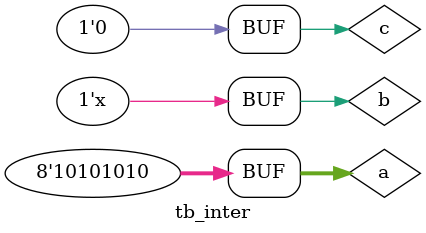
<source format=v>
module inter (out,in,clk,reset);
input [7:0] in;
input clk;
input reset;
output [7:0] out;
reg [3:0]a1;
reg [3:0]a2;
wire [7:0] in;
reg [7:0] out;
integer p,q;
initial 
begin
out = 0;
p = 0;
q = 0;
a1 = 0;
a2 = 0;
end

always @(negedge clk)
begin
 if (reset == 1)
begin
a1 = 0;
a2 = 0;
out = 0;
end 
 else 
begin
for (p = 0; p<4 ;p=p+1)
begin
a1[p] = in[p];
a2[p] = in[p+4];
end
for (q = 0; q < 4;q = q+1)
begin
out[(2*q)] = a1[q];
out[(2*q)+1] = a2[q];
end
end
end
endmodule

module tb_inter ();
reg [7:0]a;
reg b;
reg c;
wire [7:0]d;
inter i1(.out(d),.in(a),.clk(b),.reset(c));
initial 
begin 
a = 8'b10101010;
c = 1'b1;
b = 1'b0;
#6 c = 1'b0;
end
always 
#5 b = ~b;
endmodule 
</source>
